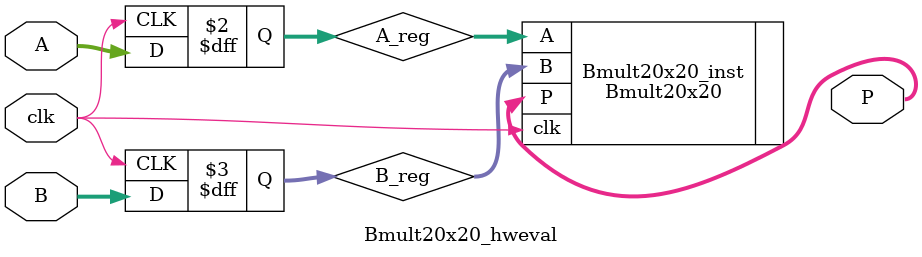
<source format=sv>
`timescale 1ns / 1ps

module Bmult20x20_hweval (
    input  logic          clk,
    input  logic [19 : 0] A,
    input  logic [19 : 0] B,
    output logic [39 : 0] P
    );

    logic [19 : 0] A_reg;
    logic [19 : 0] B_reg;

    always_ff @(posedge clk) begin
        A_reg <= A;
        B_reg <= B;
    end

    Bmult20x20 Bmult20x20_inst (
        .clk(clk  ),
        .A  (A_reg),
        .B  (B_reg),
        .P  (P    ));

endmodule
</source>
